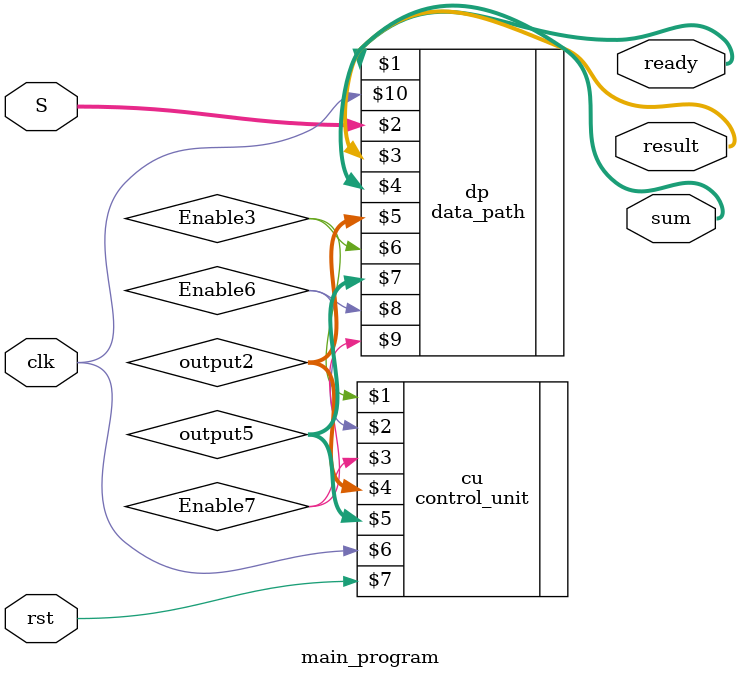
<source format=v>
module main_program(S, ready, result, sum, clk, rst);
wire Enable3, Enable6, Enable7;
wire [31:0] output2, output5;
input clk, rst;
input [31:0] S;
output [31:0] ready;
output [31:0] result;
output [31:0] sum;
data_path dp(ready, S, result, sum, output2, Enable3, output5, Enable6, Enable7, clk);
control_unit cu(Enable3, Enable6, Enable7, output2, output5, clk, rst);
endmodule
</source>
